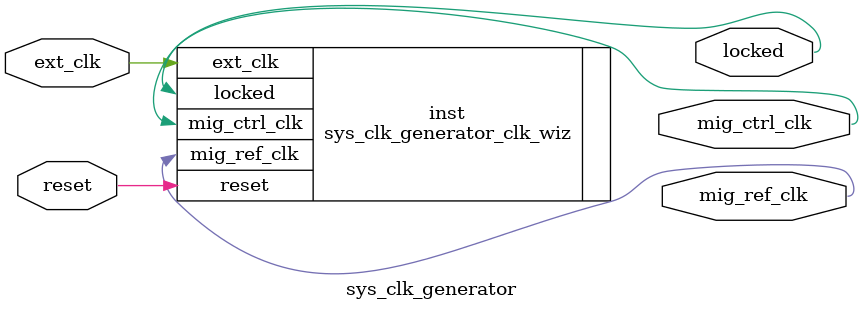
<source format=v>


`timescale 1ps/1ps

(* CORE_GENERATION_INFO = "sys_clk_generator,clk_wiz_v6_0_8_0_0,{component_name=sys_clk_generator,use_phase_alignment=true,use_min_o_jitter=false,use_max_i_jitter=false,use_dyn_phase_shift=false,use_inclk_switchover=false,use_dyn_reconfig=false,enable_axi=0,feedback_source=FDBK_AUTO,PRIMITIVE=MMCM,num_out_clk=2,clkin1_period=10.000,clkin2_period=10.000,use_power_down=false,use_reset=true,use_locked=true,use_inclk_stopped=false,feedback_type=SINGLE,CLOCK_MGR_TYPE=NA,manual_override=false}" *)

module sys_clk_generator 
 (
  // Clock out ports
  output        mig_ctrl_clk,
  output        mig_ref_clk,
  // Status and control signals
  input         reset,
  output        locked,
 // Clock in ports
  input         ext_clk
 );

  sys_clk_generator_clk_wiz inst
  (
  // Clock out ports  
  .mig_ctrl_clk(mig_ctrl_clk),
  .mig_ref_clk(mig_ref_clk),
  // Status and control signals               
  .reset(reset), 
  .locked(locked),
 // Clock in ports
  .ext_clk(ext_clk)
  );

endmodule

</source>
